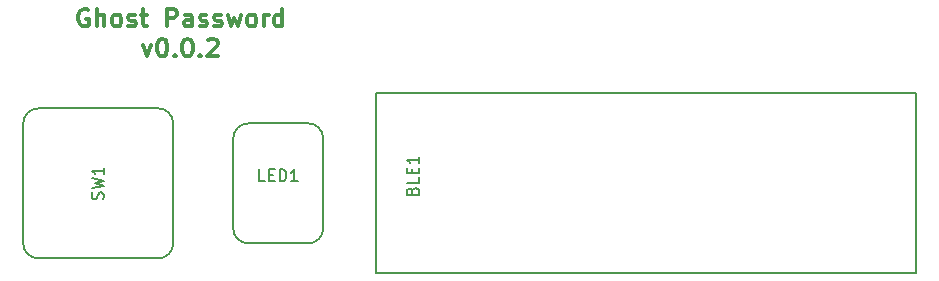
<source format=gto>
G04 #@! TF.FileFunction,Legend,Top*
%FSLAX46Y46*%
G04 Gerber Fmt 4.6, Leading zero omitted, Abs format (unit mm)*
G04 Created by KiCad (PCBNEW 4.0.0-rc1-stable) date 11/7/2015 3:14:44 PM*
%MOMM*%
G01*
G04 APERTURE LIST*
%ADD10C,0.020000*%
%ADD11C,0.300000*%
%ADD12C,0.150000*%
G04 APERTURE END LIST*
D10*
D11*
X121880715Y-64448571D02*
X122237858Y-65448571D01*
X122595000Y-64448571D01*
X123452143Y-63948571D02*
X123595000Y-63948571D01*
X123737857Y-64020000D01*
X123809286Y-64091429D01*
X123880715Y-64234286D01*
X123952143Y-64520000D01*
X123952143Y-64877143D01*
X123880715Y-65162857D01*
X123809286Y-65305714D01*
X123737857Y-65377143D01*
X123595000Y-65448571D01*
X123452143Y-65448571D01*
X123309286Y-65377143D01*
X123237857Y-65305714D01*
X123166429Y-65162857D01*
X123095000Y-64877143D01*
X123095000Y-64520000D01*
X123166429Y-64234286D01*
X123237857Y-64091429D01*
X123309286Y-64020000D01*
X123452143Y-63948571D01*
X124595000Y-65305714D02*
X124666428Y-65377143D01*
X124595000Y-65448571D01*
X124523571Y-65377143D01*
X124595000Y-65305714D01*
X124595000Y-65448571D01*
X125595000Y-63948571D02*
X125737857Y-63948571D01*
X125880714Y-64020000D01*
X125952143Y-64091429D01*
X126023572Y-64234286D01*
X126095000Y-64520000D01*
X126095000Y-64877143D01*
X126023572Y-65162857D01*
X125952143Y-65305714D01*
X125880714Y-65377143D01*
X125737857Y-65448571D01*
X125595000Y-65448571D01*
X125452143Y-65377143D01*
X125380714Y-65305714D01*
X125309286Y-65162857D01*
X125237857Y-64877143D01*
X125237857Y-64520000D01*
X125309286Y-64234286D01*
X125380714Y-64091429D01*
X125452143Y-64020000D01*
X125595000Y-63948571D01*
X126737857Y-65305714D02*
X126809285Y-65377143D01*
X126737857Y-65448571D01*
X126666428Y-65377143D01*
X126737857Y-65305714D01*
X126737857Y-65448571D01*
X127380714Y-64091429D02*
X127452143Y-64020000D01*
X127595000Y-63948571D01*
X127952143Y-63948571D01*
X128095000Y-64020000D01*
X128166429Y-64091429D01*
X128237857Y-64234286D01*
X128237857Y-64377143D01*
X128166429Y-64591429D01*
X127309286Y-65448571D01*
X128237857Y-65448571D01*
X117273571Y-61480000D02*
X117130714Y-61408571D01*
X116916428Y-61408571D01*
X116702143Y-61480000D01*
X116559285Y-61622857D01*
X116487857Y-61765714D01*
X116416428Y-62051429D01*
X116416428Y-62265714D01*
X116487857Y-62551429D01*
X116559285Y-62694286D01*
X116702143Y-62837143D01*
X116916428Y-62908571D01*
X117059285Y-62908571D01*
X117273571Y-62837143D01*
X117345000Y-62765714D01*
X117345000Y-62265714D01*
X117059285Y-62265714D01*
X117987857Y-62908571D02*
X117987857Y-61408571D01*
X118630714Y-62908571D02*
X118630714Y-62122857D01*
X118559285Y-61980000D01*
X118416428Y-61908571D01*
X118202143Y-61908571D01*
X118059285Y-61980000D01*
X117987857Y-62051429D01*
X119559286Y-62908571D02*
X119416428Y-62837143D01*
X119345000Y-62765714D01*
X119273571Y-62622857D01*
X119273571Y-62194286D01*
X119345000Y-62051429D01*
X119416428Y-61980000D01*
X119559286Y-61908571D01*
X119773571Y-61908571D01*
X119916428Y-61980000D01*
X119987857Y-62051429D01*
X120059286Y-62194286D01*
X120059286Y-62622857D01*
X119987857Y-62765714D01*
X119916428Y-62837143D01*
X119773571Y-62908571D01*
X119559286Y-62908571D01*
X120630714Y-62837143D02*
X120773571Y-62908571D01*
X121059286Y-62908571D01*
X121202143Y-62837143D01*
X121273571Y-62694286D01*
X121273571Y-62622857D01*
X121202143Y-62480000D01*
X121059286Y-62408571D01*
X120845000Y-62408571D01*
X120702143Y-62337143D01*
X120630714Y-62194286D01*
X120630714Y-62122857D01*
X120702143Y-61980000D01*
X120845000Y-61908571D01*
X121059286Y-61908571D01*
X121202143Y-61980000D01*
X121702143Y-61908571D02*
X122273572Y-61908571D01*
X121916429Y-61408571D02*
X121916429Y-62694286D01*
X121987857Y-62837143D01*
X122130715Y-62908571D01*
X122273572Y-62908571D01*
X123916429Y-62908571D02*
X123916429Y-61408571D01*
X124487857Y-61408571D01*
X124630715Y-61480000D01*
X124702143Y-61551429D01*
X124773572Y-61694286D01*
X124773572Y-61908571D01*
X124702143Y-62051429D01*
X124630715Y-62122857D01*
X124487857Y-62194286D01*
X123916429Y-62194286D01*
X126059286Y-62908571D02*
X126059286Y-62122857D01*
X125987857Y-61980000D01*
X125845000Y-61908571D01*
X125559286Y-61908571D01*
X125416429Y-61980000D01*
X126059286Y-62837143D02*
X125916429Y-62908571D01*
X125559286Y-62908571D01*
X125416429Y-62837143D01*
X125345000Y-62694286D01*
X125345000Y-62551429D01*
X125416429Y-62408571D01*
X125559286Y-62337143D01*
X125916429Y-62337143D01*
X126059286Y-62265714D01*
X126702143Y-62837143D02*
X126845000Y-62908571D01*
X127130715Y-62908571D01*
X127273572Y-62837143D01*
X127345000Y-62694286D01*
X127345000Y-62622857D01*
X127273572Y-62480000D01*
X127130715Y-62408571D01*
X126916429Y-62408571D01*
X126773572Y-62337143D01*
X126702143Y-62194286D01*
X126702143Y-62122857D01*
X126773572Y-61980000D01*
X126916429Y-61908571D01*
X127130715Y-61908571D01*
X127273572Y-61980000D01*
X127916429Y-62837143D02*
X128059286Y-62908571D01*
X128345001Y-62908571D01*
X128487858Y-62837143D01*
X128559286Y-62694286D01*
X128559286Y-62622857D01*
X128487858Y-62480000D01*
X128345001Y-62408571D01*
X128130715Y-62408571D01*
X127987858Y-62337143D01*
X127916429Y-62194286D01*
X127916429Y-62122857D01*
X127987858Y-61980000D01*
X128130715Y-61908571D01*
X128345001Y-61908571D01*
X128487858Y-61980000D01*
X129059287Y-61908571D02*
X129345001Y-62908571D01*
X129630715Y-62194286D01*
X129916430Y-62908571D01*
X130202144Y-61908571D01*
X130987859Y-62908571D02*
X130845001Y-62837143D01*
X130773573Y-62765714D01*
X130702144Y-62622857D01*
X130702144Y-62194286D01*
X130773573Y-62051429D01*
X130845001Y-61980000D01*
X130987859Y-61908571D01*
X131202144Y-61908571D01*
X131345001Y-61980000D01*
X131416430Y-62051429D01*
X131487859Y-62194286D01*
X131487859Y-62622857D01*
X131416430Y-62765714D01*
X131345001Y-62837143D01*
X131202144Y-62908571D01*
X130987859Y-62908571D01*
X132130716Y-62908571D02*
X132130716Y-61908571D01*
X132130716Y-62194286D02*
X132202144Y-62051429D01*
X132273573Y-61980000D01*
X132416430Y-61908571D01*
X132559287Y-61908571D01*
X133702144Y-62908571D02*
X133702144Y-61408571D01*
X133702144Y-62837143D02*
X133559287Y-62908571D01*
X133273573Y-62908571D01*
X133130715Y-62837143D01*
X133059287Y-62765714D01*
X132987858Y-62622857D01*
X132987858Y-62194286D01*
X133059287Y-62051429D01*
X133130715Y-61980000D01*
X133273573Y-61908571D01*
X133559287Y-61908571D01*
X133702144Y-61980000D01*
D12*
X123190000Y-82550000D02*
X113030000Y-82550000D01*
X111760000Y-81280000D02*
G75*
G03X113030000Y-82550000I1270000J0D01*
G01*
X113030000Y-69850000D02*
G75*
G03X111760000Y-71120000I0J-1270000D01*
G01*
X123190000Y-69850000D02*
X113030000Y-69850000D01*
X111760000Y-81280000D02*
X111760000Y-71120000D01*
X124460000Y-81280000D02*
X124460000Y-71120000D01*
X123190000Y-82550000D02*
G75*
G03X124460000Y-81280000I0J1270000D01*
G01*
X124460000Y-71120000D02*
G75*
G03X123190000Y-69850000I-1270000J0D01*
G01*
X141605000Y-83820000D02*
X141605000Y-68580000D01*
X141605000Y-68580000D02*
X187325000Y-68580000D01*
X187325000Y-68580000D02*
X187325000Y-83820000D01*
X187325000Y-83820000D02*
X141605000Y-83820000D01*
X135890000Y-81280000D02*
X130810000Y-81280000D01*
X137160000Y-72390000D02*
X137160000Y-80010000D01*
X130810000Y-71120000D02*
X135890000Y-71120000D01*
X129540000Y-72390000D02*
X129540000Y-80010000D01*
X137160000Y-72390000D02*
G75*
G03X135890000Y-71120000I-1270000J0D01*
G01*
X130810000Y-71120000D02*
G75*
G03X129540000Y-72390000I0J-1270000D01*
G01*
X129540000Y-80010000D02*
G75*
G03X130810000Y-81280000I1270000J0D01*
G01*
X135890000Y-81280000D02*
G75*
G03X137160000Y-80010000I0J1270000D01*
G01*
X118514762Y-77533333D02*
X118562381Y-77390476D01*
X118562381Y-77152380D01*
X118514762Y-77057142D01*
X118467143Y-77009523D01*
X118371905Y-76961904D01*
X118276667Y-76961904D01*
X118181429Y-77009523D01*
X118133810Y-77057142D01*
X118086190Y-77152380D01*
X118038571Y-77342857D01*
X117990952Y-77438095D01*
X117943333Y-77485714D01*
X117848095Y-77533333D01*
X117752857Y-77533333D01*
X117657619Y-77485714D01*
X117610000Y-77438095D01*
X117562381Y-77342857D01*
X117562381Y-77104761D01*
X117610000Y-76961904D01*
X117562381Y-76628571D02*
X118562381Y-76390476D01*
X117848095Y-76199999D01*
X118562381Y-76009523D01*
X117562381Y-75771428D01*
X118562381Y-74866666D02*
X118562381Y-75438095D01*
X118562381Y-75152381D02*
X117562381Y-75152381D01*
X117705238Y-75247619D01*
X117800476Y-75342857D01*
X117848095Y-75438095D01*
X144708571Y-76826904D02*
X144756190Y-76684047D01*
X144803810Y-76636428D01*
X144899048Y-76588809D01*
X145041905Y-76588809D01*
X145137143Y-76636428D01*
X145184762Y-76684047D01*
X145232381Y-76779285D01*
X145232381Y-77160238D01*
X144232381Y-77160238D01*
X144232381Y-76826904D01*
X144280000Y-76731666D01*
X144327619Y-76684047D01*
X144422857Y-76636428D01*
X144518095Y-76636428D01*
X144613333Y-76684047D01*
X144660952Y-76731666D01*
X144708571Y-76826904D01*
X144708571Y-77160238D01*
X145232381Y-75684047D02*
X145232381Y-76160238D01*
X144232381Y-76160238D01*
X144708571Y-75350714D02*
X144708571Y-75017380D01*
X145232381Y-74874523D02*
X145232381Y-75350714D01*
X144232381Y-75350714D01*
X144232381Y-74874523D01*
X145232381Y-73922142D02*
X145232381Y-74493571D01*
X145232381Y-74207857D02*
X144232381Y-74207857D01*
X144375238Y-74303095D01*
X144470476Y-74398333D01*
X144518095Y-74493571D01*
X132230953Y-76017381D02*
X131754762Y-76017381D01*
X131754762Y-75017381D01*
X132564286Y-75493571D02*
X132897620Y-75493571D01*
X133040477Y-76017381D02*
X132564286Y-76017381D01*
X132564286Y-75017381D01*
X133040477Y-75017381D01*
X133469048Y-76017381D02*
X133469048Y-75017381D01*
X133707143Y-75017381D01*
X133850001Y-75065000D01*
X133945239Y-75160238D01*
X133992858Y-75255476D01*
X134040477Y-75445952D01*
X134040477Y-75588810D01*
X133992858Y-75779286D01*
X133945239Y-75874524D01*
X133850001Y-75969762D01*
X133707143Y-76017381D01*
X133469048Y-76017381D01*
X134992858Y-76017381D02*
X134421429Y-76017381D01*
X134707143Y-76017381D02*
X134707143Y-75017381D01*
X134611905Y-75160238D01*
X134516667Y-75255476D01*
X134421429Y-75303095D01*
M02*

</source>
